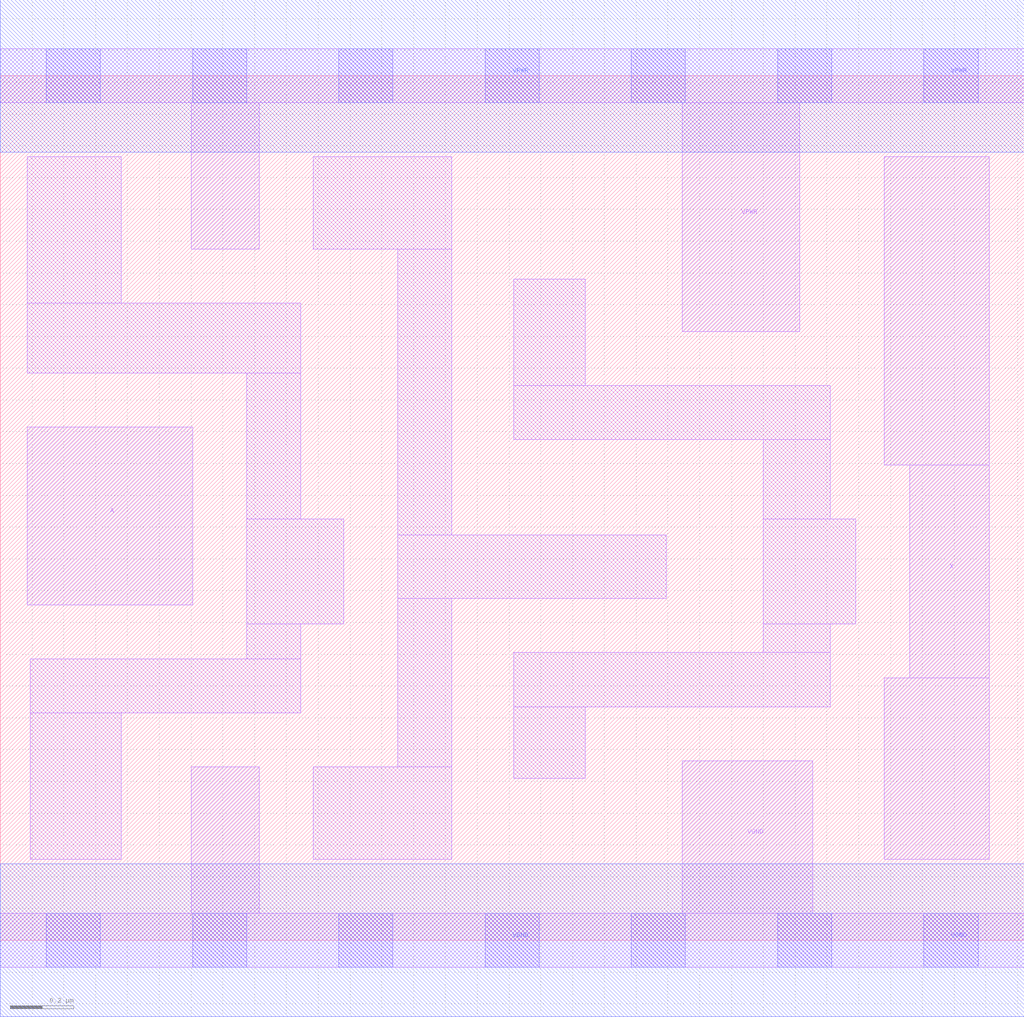
<source format=lef>
# Copyright 2020 The SkyWater PDK Authors
#
# Licensed under the Apache License, Version 2.0 (the "License");
# you may not use this file except in compliance with the License.
# You may obtain a copy of the License at
#
#     https://www.apache.org/licenses/LICENSE-2.0
#
# Unless required by applicable law or agreed to in writing, software
# distributed under the License is distributed on an "AS IS" BASIS,
# WITHOUT WARRANTIES OR CONDITIONS OF ANY KIND, either express or implied.
# See the License for the specific language governing permissions and
# limitations under the License.
#
# SPDX-License-Identifier: Apache-2.0

VERSION 5.7 ;
  NAMESCASESENSITIVE ON ;
  NOWIREEXTENSIONATPIN ON ;
  DIVIDERCHAR "/" ;
  BUSBITCHARS "[]" ;
UNITS
  DATABASE MICRONS 200 ;
END UNITS
PROPERTYDEFINITIONS
  MACRO maskLayoutSubType STRING ;
  MACRO prCellType STRING ;
  MACRO originalViewName STRING ;
END PROPERTYDEFINITIONS
MACRO sky130_fd_sc_hdll__dlygate4sd2_1
  CLASS CORE ;
  FOREIGN sky130_fd_sc_hdll__dlygate4sd2_1 ;
  ORIGIN  0.000000  0.000000 ;
  SIZE  3.220000 BY  2.720000 ;
  SYMMETRY X Y R90 ;
  SITE unithd ;
  PIN A
    ANTENNAGATEAREA  0.138600 ;
    DIRECTION INPUT ;
    USE SIGNAL ;
    PORT
      LAYER li1 ;
        RECT 0.085000 1.055000 0.605000 1.615000 ;
    END
  END A
  PIN VGND
    ANTENNADIFFAREA  0.491300 ;
    DIRECTION INOUT ;
    USE SIGNAL ;
    PORT
      LAYER li1 ;
        RECT 0.000000 -0.085000 3.220000 0.085000 ;
        RECT 0.600000  0.085000 0.815000 0.545000 ;
        RECT 2.145000  0.085000 2.555000 0.565000 ;
      LAYER mcon ;
        RECT 0.145000 -0.085000 0.315000 0.085000 ;
        RECT 0.605000 -0.085000 0.775000 0.085000 ;
        RECT 1.065000 -0.085000 1.235000 0.085000 ;
        RECT 1.525000 -0.085000 1.695000 0.085000 ;
        RECT 1.985000 -0.085000 2.155000 0.085000 ;
        RECT 2.445000 -0.085000 2.615000 0.085000 ;
        RECT 2.905000 -0.085000 3.075000 0.085000 ;
      LAYER met1 ;
        RECT 0.000000 -0.240000 3.220000 0.240000 ;
    END
  END VGND
  PIN VPWR
    ANTENNADIFFAREA  0.623300 ;
    DIRECTION INOUT ;
    USE SIGNAL ;
    PORT
      LAYER li1 ;
        RECT 0.000000 2.635000 3.220000 2.805000 ;
        RECT 0.600000 2.175000 0.815000 2.635000 ;
        RECT 2.145000 1.915000 2.515000 2.635000 ;
      LAYER mcon ;
        RECT 0.145000 2.635000 0.315000 2.805000 ;
        RECT 0.605000 2.635000 0.775000 2.805000 ;
        RECT 1.065000 2.635000 1.235000 2.805000 ;
        RECT 1.525000 2.635000 1.695000 2.805000 ;
        RECT 1.985000 2.635000 2.155000 2.805000 ;
        RECT 2.445000 2.635000 2.615000 2.805000 ;
        RECT 2.905000 2.635000 3.075000 2.805000 ;
      LAYER met1 ;
        RECT 0.000000 2.480000 3.220000 2.960000 ;
    END
  END VPWR
  PIN X
    ANTENNADIFFAREA  0.464000 ;
    DIRECTION OUTPUT ;
    USE SIGNAL ;
    PORT
      LAYER li1 ;
        RECT 2.780000 0.255000 3.110000 0.825000 ;
        RECT 2.780000 1.495000 3.110000 2.465000 ;
        RECT 2.860000 0.825000 3.110000 1.495000 ;
    END
  END X
  OBS
    LAYER li1 ;
      RECT 0.085000 1.785000 0.945000 2.005000 ;
      RECT 0.085000 2.005000 0.380000 2.465000 ;
      RECT 0.095000 0.255000 0.380000 0.715000 ;
      RECT 0.095000 0.715000 0.945000 0.885000 ;
      RECT 0.775000 0.885000 0.945000 0.995000 ;
      RECT 0.775000 0.995000 1.080000 1.325000 ;
      RECT 0.775000 1.325000 0.945000 1.785000 ;
      RECT 0.985000 0.255000 1.420000 0.545000 ;
      RECT 0.985000 2.175000 1.420000 2.465000 ;
      RECT 1.250000 0.545000 1.420000 1.075000 ;
      RECT 1.250000 1.075000 2.095000 1.275000 ;
      RECT 1.250000 1.275000 1.420000 2.175000 ;
      RECT 1.615000 0.510000 1.840000 0.735000 ;
      RECT 1.615000 0.735000 2.610000 0.905000 ;
      RECT 1.615000 1.575000 2.610000 1.745000 ;
      RECT 1.615000 1.745000 1.840000 2.080000 ;
      RECT 2.400000 0.905000 2.610000 0.995000 ;
      RECT 2.400000 0.995000 2.690000 1.325000 ;
      RECT 2.400000 1.325000 2.610000 1.575000 ;
  END
  PROPERTY maskLayoutSubType "abstract" ;
  PROPERTY prCellType "standard" ;
  PROPERTY originalViewName "layout" ;
END sky130_fd_sc_hdll__dlygate4sd2_1

</source>
